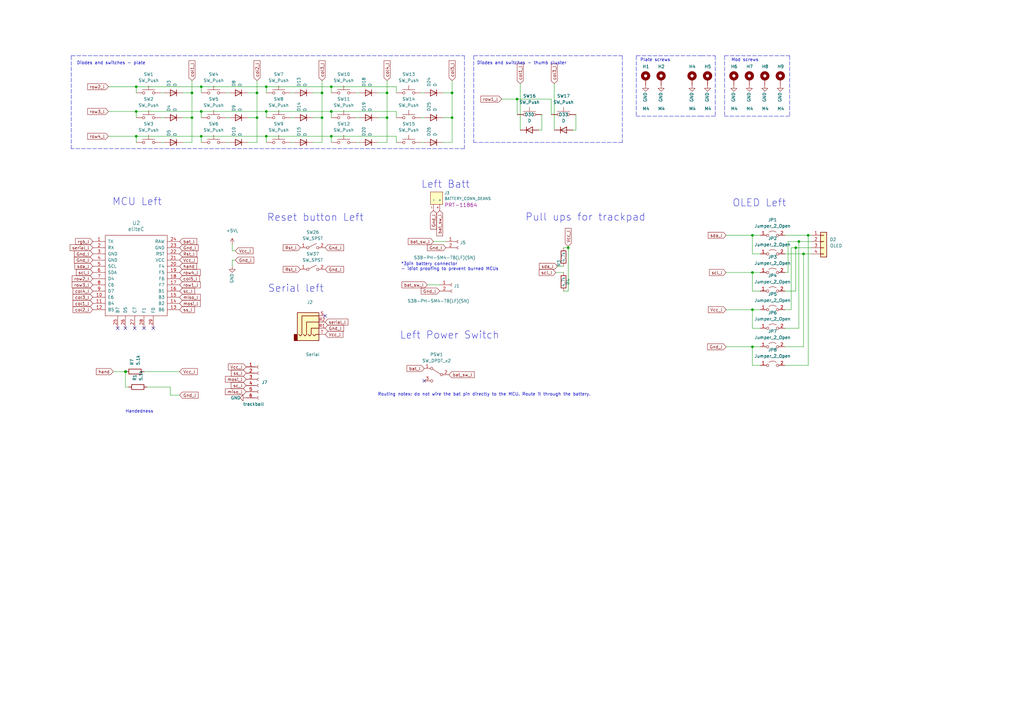
<source format=kicad_sch>
(kicad_sch (version 20211123) (generator eeschema)
  (paper "A3")
  (lib_symbols
    (symbol "Connector:AudioJack4"
      (property "Reference" "J" (at 0 8.89 0))
      (property "Value" "AudioJack4" (at 0 6.35 0))
      (symbol "AudioJack4_0_1"
        (rectangle (start -6.35 -5.08) (end -7.62 -7.62) (stroke (width 0.254)) (fill (type outline)))
        (polyline (pts (xy 0 -5.08) (xy 0.635 -5.715) (xy 1.27 -5.08) (xy 2.54 -5.08)) (stroke (width 0.254)))
        (polyline (pts (xy -5.715 -5.08) (xy -5.08 -5.715) (xy -4.445 -5.08) (xy -4.445 2.54) (xy 2.54 2.54)) (stroke (width 0.254)))
        (polyline (pts (xy -1.905 -5.08) (xy -1.27 -5.715) (xy -0.635 -5.08) (xy -0.635 -2.54) (xy 2.54 -2.54)) (stroke (width 0.254)))
        (polyline (pts (xy 2.54 0) (xy -2.54 0) (xy -2.54 -5.08) (xy -3.175 -5.715) (xy -3.81 -5.08)) (stroke (width 0.254)))
        (rectangle (start 2.54 3.81) (end -6.35 -7.62) (stroke (width 0.254)) (fill (type background)))
      )
      (symbol "AudioJack4_1_1"
        (pin passive line (at 5.08 -2.54 180) (length 2.54) (name "~") (number "R1"))
        (pin passive line (at 5.08 0 180) (length 2.54) (name "~") (number "R2"))
        (pin passive line (at 5.08 2.54 180) (length 2.54) (name "~") (number "S"))
        (pin passive line (at 5.08 -5.08 180) (length 2.54) (name "~") (number "T"))
      )
    )
    (symbol "Connector:Conn_01x02_Female" (pin_names (offset 1.016) hide)
      (property "Reference" "J" (at 0 2.54 0))
      (property "Value" "Conn_01x02_Female" (at 0 -5.08 0))
      (symbol "Conn_01x02_Female_1_1"
        (arc (start 0 -2.032) (mid -0.508 -2.54) (end 0 -3.048) (stroke (width 0.1524)))
        (polyline (pts (xy -1.27 -2.54) (xy -0.508 -2.54)) (stroke (width 0.1524)))
        (polyline (pts (xy -1.27 0) (xy -0.508 0)) (stroke (width 0.1524)))
        (arc (start 0 0.508) (mid -0.508 0) (end 0 -0.508) (stroke (width 0.1524)))
        (pin passive line (at -5.08 0 0) (length 3.81) (name "Pin_1") (number "1"))
        (pin passive line (at -5.08 -2.54 0) (length 3.81) (name "Pin_2") (number "2"))
      )
    )
    (symbol "Connector:Conn_01x06_Female" (pin_names (offset 1.016) hide)
      (property "Reference" "J" (at 0 7.62 0))
      (property "Value" "Conn_01x06_Female" (at 0 -10.16 0))
      (symbol "Conn_01x06_Female_1_1"
        (arc (start 0 -7.112) (mid -0.508 -7.62) (end 0 -8.128) (stroke (width 0.1524)))
        (arc (start 0 -4.572) (mid -0.508 -5.08) (end 0 -5.588) (stroke (width 0.1524)))
        (arc (start 0 -2.032) (mid -0.508 -2.54) (end 0 -3.048) (stroke (width 0.1524)))
        (polyline (pts (xy -1.27 -7.62) (xy -0.508 -7.62)) (stroke (width 0.1524)))
        (polyline (pts (xy -1.27 -5.08) (xy -0.508 -5.08)) (stroke (width 0.1524)))
        (polyline (pts (xy -1.27 -2.54) (xy -0.508 -2.54)) (stroke (width 0.1524)))
        (polyline (pts (xy -1.27 0) (xy -0.508 0)) (stroke (width 0.1524)))
        (polyline (pts (xy -1.27 2.54) (xy -0.508 2.54)) (stroke (width 0.1524)))
        (polyline (pts (xy -1.27 5.08) (xy -0.508 5.08)) (stroke (width 0.1524)))
        (arc (start 0 0.508) (mid -0.508 0) (end 0 -0.508) (stroke (width 0.1524)))
        (arc (start 0 3.048) (mid -0.508 2.54) (end 0 2.032) (stroke (width 0.1524)))
        (arc (start 0 5.588) (mid -0.508 5.08) (end 0 4.572) (stroke (width 0.1524)))
        (pin passive line (at -5.08 5.08 0) (length 3.81) (name "Pin_1") (number "1"))
        (pin passive line (at -5.08 2.54 0) (length 3.81) (name "Pin_2") (number "2"))
        (pin passive line (at -5.08 0 0) (length 3.81) (name "Pin_3") (number "3"))
        (pin passive line (at -5.08 -2.54 0) (length 3.81) (name "Pin_4") (number "4"))
        (pin passive line (at -5.08 -5.08 0) (length 3.81) (name "Pin_5") (number "5"))
        (pin passive line (at -5.08 -7.62 0) (length 3.81) (name "Pin_6") (number "6"))
      )
    )
    (symbol "Connector_Generic:Conn_01x04" (pin_names (offset 1.016) hide)
      (property "Reference" "J" (at 0 5.08 0))
      (property "Value" "Conn_01x04" (at 0 -7.62 0))
      (symbol "Conn_01x04_1_1"
        (rectangle (start -1.27 -4.953) (end 0 -5.207) (stroke (width 0.1524)))
        (rectangle (start -1.27 -2.413) (end 0 -2.667) (stroke (width 0.1524)))
        (rectangle (start -1.27 0.127) (end 0 -0.127) (stroke (width 0.1524)))
        (rectangle (start -1.27 2.667) (end 0 2.413) (stroke (width 0.1524)))
        (rectangle (start -1.27 3.81) (end 1.27 -6.35) (stroke (width 0.254)) (fill (type background)))
        (pin passive line (at -5.08 2.54 0) (length 3.81) (name "Pin_1") (number "1"))
        (pin passive line (at -5.08 0 0) (length 3.81) (name "Pin_2") (number "2"))
        (pin passive line (at -5.08 -2.54 0) (length 3.81) (name "Pin_3") (number "3"))
        (pin passive line (at -5.08 -5.08 0) (length 3.81) (name "Pin_4") (number "4"))
      )
    )
    (symbol "Device:D" (pin_numbers hide) (pin_names (offset 1.016) hide)
      (property "Reference" "D" (at 0 2.54 0))
      (property "Value" "D" (at 0 -2.54 0))
      (symbol "D_0_1"
        (polyline (pts (xy -1.27 1.27) (xy -1.27 -1.27)) (stroke (width 0.254)))
        (polyline (pts (xy 1.27 0) (xy -1.27 0)))
        (polyline (pts (xy 1.27 1.27) (xy 1.27 -1.27) (xy -1.27 0) (xy 1.27 1.27)) (stroke (width 0.254)))
      )
      (symbol "D_1_1"
        (pin passive line (at -3.81 0 0) (length 2.54) (name "K") (number "1"))
        (pin passive line (at 3.81 0 180) (length 2.54) (name "A") (number "2"))
      )
    )
    (symbol "Device:R" (pin_numbers hide) (pin_names (offset 0))
      (property "Reference" "R" (at 2.032 0 90))
      (property "Value" "R" (at 0 0 90))
      (symbol "R_0_1"
        (rectangle (start -1.016 -2.54) (end 1.016 2.54) (stroke (width 0.254)))
      )
      (symbol "R_1_1"
        (pin passive line (at 0 3.81 270) (length 1.27) (name "~") (number "1"))
        (pin passive line (at 0 -3.81 90) (length 1.27) (name "~") (number "2"))
      )
    )
    (symbol "Jumper:Jumper_2_Open" (pin_names (offset 0) hide)
      (property "Reference" "JP" (at 0 2.794 0))
      (property "Value" "Jumper_2_Open" (at 0 -2.286 0))
      (symbol "Jumper_2_Open_0_0"
        (circle (center -2.032 0) (radius 0.508))
        (circle (center 2.032 0) (radius 0.508))
      )
      (symbol "Jumper_2_Open_0_1"
        (arc (start 1.524 1.27) (mid 0 1.778) (end -1.524 1.27))
      )
      (symbol "Jumper_2_Open_1_1"
        (pin passive line (at -5.08 0 0) (length 2.54) (name "A") (number "1"))
        (pin passive line (at 5.08 0 180) (length 2.54) (name "B") (number "2"))
      )
    )
    (symbol "Mechanical:MountingHole_Pad" (pin_numbers hide) (pin_names (offset 1.016) hide)
      (property "Reference" "H" (at 0 6.35 0))
      (property "Value" "MountingHole_Pad" (at 0 4.445 0))
      (symbol "MountingHole_Pad_0_1"
        (circle (center 0 1.27) (radius 1.27) (stroke (width 1.27)))
      )
      (symbol "MountingHole_Pad_1_1"
        (pin input line (at 0 -2.54 90) (length 2.54) (name "1") (number "1"))
      )
    )
    (symbol "SparkFun-Connectors:BATTERY_CONN_DEANS" (pin_names (offset 1.016))
      (property "Reference" "J" (at -5.08 5.08 0))
      (property "Value" "BATTERY_CONN_DEANS" (at -5.08 -3.81 0))
      (property "Field4" "PRT-11864" (at 0 8.89 0))
      (symbol "BATTERY_CONN_DEANS_0_1"
        (rectangle (start 0 3.81) (end -5.08 -1.27) (fill (type background)))
      )
      (symbol "BATTERY_CONN_DEANS_1_1"
        (pin passive line (at 2.54 2.54 180) (length 2.54) (name "+") (number "+"))
        (pin passive line (at 2.54 0 180) (length 2.54) (name "-") (number "-"))
      )
    )
    (symbol "Switch:SW_Push" (pin_numbers hide) (pin_names hide)
      (property "Reference" "SW" (at 1.27 2.54 0))
      (property "Value" "SW_Push" (at 0 -1.524 0))
      (symbol "SW_Push_0_1"
        (circle (center -2.032 0) (radius 0.508))
        (polyline (pts (xy 0 1.27) (xy 0 3.048)))
        (polyline (pts (xy 2.54 1.27) (xy -2.54 1.27)))
        (circle (center 2.032 0) (radius 0.508))
        (pin passive line (at -5.08 0 0) (length 2.54) (name "1") (number "1"))
        (pin passive line (at 5.08 0 180) (length 2.54) (name "2") (number "2"))
      )
    )
    (symbol "Switch:SW_SPST" (pin_names (offset 0) hide)
      (property "Reference" "SW" (at 0 3.175 0))
      (property "Value" "SW_SPST" (at 0 -2.54 0))
      (symbol "SW_SPST_0_0"
        (circle (center -2.032 0) (radius 0.508))
        (polyline (pts (xy -1.524 0.254) (xy 1.524 1.778)))
        (circle (center 2.032 0) (radius 0.508))
      )
      (symbol "SW_SPST_1_1"
        (pin passive line (at -5.08 0 0) (length 2.54) (name "A") (number "1"))
        (pin passive line (at 5.08 0 180) (length 2.54) (name "B") (number "2"))
      )
    )
    (symbol "elite-C:eliteC" (pin_names (offset 1.016))
      (property "Reference" "U" (at 0 24.13 0))
      (property "Value" "eliteC" (at 0 -13.97 0))
      (symbol "eliteC_0_1"
        (rectangle (start -12.7 21.59) (end 12.7 -11.43))
      )
      (symbol "eliteC_1_1"
        (pin bidirectional line (at -17.78 19.05 0) (length 5.08) (name "TX") (number "1"))
        (pin bidirectional line (at -17.78 -3.81 0) (length 5.08) (name "E6") (number "10"))
        (pin bidirectional line (at -17.78 -6.35 0) (length 5.08) (name "B4") (number "11"))
        (pin bidirectional line (at -17.78 -8.89 0) (length 5.08) (name "B5") (number "12"))
        (pin bidirectional line (at 17.78 -8.89 180) (length 5.08) (name "B6") (number "13"))
        (pin bidirectional line (at 17.78 -6.35 180) (length 5.08) (name "B2") (number "14"))
        (pin bidirectional line (at 17.78 -3.81 180) (length 5.08) (name "B3") (number "15"))
        (pin bidirectional line (at 17.78 -1.27 180) (length 5.08) (name "B1") (number "16"))
        (pin bidirectional line (at 17.78 1.27 180) (length 5.08) (name "F7") (number "17"))
        (pin bidirectional line (at 17.78 3.81 180) (length 5.08) (name "F6") (number "18"))
        (pin bidirectional line (at 17.78 6.35 180) (length 5.08) (name "F5") (number "19"))
        (pin bidirectional line (at -17.78 16.51 0) (length 5.08) (name "RX") (number "2"))
        (pin bidirectional line (at 17.78 8.89 180) (length 5.08) (name "F4") (number "20"))
        (pin power_in line (at 17.78 11.43 180) (length 5.08) (name "VCC") (number "21"))
        (pin input line (at 17.78 13.97 180) (length 5.08) (name "RST") (number "22"))
        (pin power_in line (at 17.78 16.51 180) (length 5.08) (name "GND") (number "23"))
        (pin power_out line (at 17.78 19.05 180) (length 5.08) (name "RAW") (number "24"))
        (pin bidirectional line (at -7.62 -16.51 90) (length 5.08) (name "B7") (number "25"))
        (pin bidirectional line (at -4.445 -16.51 90) (length 5.08) (name "D5") (number "26"))
        (pin bidirectional line (at -0.635 -16.51 90) (length 5.08) (name "C7") (number "27"))
        (pin bidirectional line (at 3.175 -16.51 90) (length 5.08) (name "F1") (number "28"))
        (pin bidirectional line (at 6.985 -16.51 90) (length 5.08) (name "F0") (number "29"))
        (pin power_in line (at -17.78 13.97 0) (length 5.08) (name "GND") (number "3"))
        (pin power_in line (at -17.78 11.43 0) (length 5.08) (name "GND") (number "4"))
        (pin bidirectional line (at -17.78 8.89 0) (length 5.08) (name "SCL") (number "5"))
        (pin bidirectional line (at -17.78 6.35 0) (length 5.08) (name "SDA") (number "6"))
        (pin bidirectional line (at -17.78 3.81 0) (length 5.08) (name "D4") (number "7"))
        (pin bidirectional line (at -17.78 1.27 0) (length 5.08) (name "C6") (number "8"))
        (pin bidirectional line (at -17.78 -1.27 0) (length 5.08) (name "D7") (number "9"))
      )
    )
    (symbol "jiran-ble:SW_DPDT" (pin_names hide)
      (property "Reference" "SW" (at 0 7.62 0))
      (property "Value" "SW_DPDT" (at 0 5.715 0))
      (symbol "SW_DPDT_0_0"
        (circle (center -3.302 0) (radius 0.508))
        (circle (center 0.762 -2.54) (radius 0.508))
      )
      (symbol "SW_DPDT_0_1"
        (polyline (pts (xy -2.794 0.254) (xy 0.381 2.286)))
        (circle (center 0.762 2.54) (radius 0.508))
      )
      (symbol "SW_DPDT_1_1"
        (pin passive line (at 3.81 2.54 180) (length 2.54) (name "A") (number "1"))
        (pin passive line (at -6.35 0 0) (length 2.54) (name "B") (number "2"))
        (pin passive line (at 3.81 -2.54 180) (length 2.54) (name "C") (number "3"))
      )
    )
    (symbol "power:+5VL" (power) (pin_names (offset 0))
      (property "Value" "+5VL" (at 0 3.556 0))
      (symbol "+5VL_0_1"
        (polyline (pts (xy -0.762 1.27) (xy 0 2.54)))
        (polyline (pts (xy 0 0) (xy 0 2.54)))
        (polyline (pts (xy 0 2.54) (xy 0.762 1.27)))
      )
      (symbol "+5VL_1_1"
        (pin power_in line (at 0 0 90) (length 0) hide (name "+5VL") (number "1"))
      )
    )
    (symbol "power:GND" (power) (pin_names (offset 0))
      (property "Value" "GND" (at 0 -3.81 0))
      (symbol "GND_0_1"
        (polyline (pts (xy 0 0) (xy 0 -1.27) (xy 1.27 -1.27) (xy 0 -2.54) (xy -1.27 -1.27) (xy 0 -1.27)))
      )
      (symbol "GND_1_1"
        (pin power_in line (at 0 0 270) (length 0) hide (name "GND") (number "1"))
      )
    )
  )
  (junction (at 308.61 127))
  (junction (at 109.22 45.72))
  (junction (at 212.09 40.64))
  (junction (at 82.55 55.88))
  (junction (at 308.61 111.76))
  (junction (at 55.88 55.88))
  (junction (at 327.66 99.06))
  (junction (at 105.41 38.1))
  (junction (at 109.22 35.56))
  (junction (at 233.045 101.6))
  (junction (at 185.42 38.1))
  (junction (at 135.89 55.88))
  (junction (at 331.47 96.52))
  (junction (at 82.55 35.56))
  (junction (at 329.565 104.14))
  (junction (at 132.08 38.1))
  (junction (at 158.75 38.1))
  (junction (at 132.08 48.26))
  (junction (at 135.89 45.72))
  (junction (at 185.42 48.26))
  (junction (at 82.55 45.72))
  (junction (at 51.562 152.4))
  (junction (at 109.22 55.88))
  (junction (at 308.61 142.24))
  (junction (at 135.89 35.56))
  (junction (at 78.74 38.1))
  (junction (at 105.41 48.26))
  (junction (at 326.39 101.6))
  (junction (at 55.88 35.56))
  (junction (at 158.75 48.26))
  (junction (at 308.61 96.52))
  (junction (at 55.88 45.72))
  (junction (at 78.74 48.26))
  (junction (at 51.435 152.4))
  (no_connect (at 173.99 156.21))
  (no_connect (at 133.35 129.54))
  (no_connect (at 48.26 134.62))
  (no_connect (at 55.245 134.62))
  (no_connect (at 59.055 134.62))
  (no_connect (at 51.435 134.62))
  (no_connect (at 62.865 134.62))
  (wire (pts (xy 146.05 38.1) (xy 147.32 38.1)))
  (wire (pts (xy 185.42 48.26) (xy 185.42 58.42)))
  (wire (pts (xy 327.66 99.06) (xy 332.74 99.06)))
  (wire (pts (xy 181.61 48.26) (xy 185.42 48.26)))
  (wire (pts (xy 109.22 58.42) (xy 109.22 55.88)))
  (wire (pts (xy 135.89 45.72) (xy 162.56 45.72)))
  (wire (pts (xy 55.88 35.56) (xy 82.55 35.56)))
  (wire (pts (xy 227.33 34.29) (xy 227.33 53.34)))
  (wire (pts (xy 308.61 142.24) (xy 308.61 149.86)))
  (wire (pts (xy 55.88 58.42) (xy 55.88 55.88)))
  (wire (pts (xy 82.55 45.72) (xy 109.22 45.72)))
  (wire (pts (xy 213.36 34.29) (xy 213.36 53.34)))
  (polyline (pts (xy 323.85 22.86) (xy 323.85 47.625)))
  (wire (pts (xy 109.22 55.88) (xy 135.89 55.88)))
  (wire (pts (xy 158.75 38.1) (xy 158.75 48.26)))
  (wire (pts (xy 308.61 134.62) (xy 308.61 127)))
  (wire (pts (xy 297.815 142.24) (xy 308.61 142.24)))
  (wire (pts (xy 92.71 58.42) (xy 93.98 58.42)))
  (wire (pts (xy 82.55 38.1) (xy 82.55 35.56)))
  (wire (pts (xy 226.06 40.64) (xy 226.06 46.99)))
  (polyline (pts (xy 260.985 22.86) (xy 287.655 22.86)))
  (wire (pts (xy 324.485 101.6) (xy 326.39 101.6)))
  (wire (pts (xy 109.22 38.1) (xy 109.22 35.56)))
  (wire (pts (xy 323.215 99.06) (xy 327.66 99.06)))
  (wire (pts (xy 308.61 111.76) (xy 311.785 111.76)))
  (polyline (pts (xy 297.18 22.86) (xy 323.85 22.86)))
  (wire (pts (xy 128.27 48.26) (xy 132.08 48.26)))
  (wire (pts (xy 135.89 58.42) (xy 135.89 55.88)))
  (polyline (pts (xy 287.655 47.625) (xy 260.985 47.625)))
  (wire (pts (xy 66.04 38.1) (xy 67.31 38.1)))
  (wire (pts (xy 311.785 134.62) (xy 308.61 134.62)))
  (polyline (pts (xy 260.985 22.86) (xy 260.985 47.625)))
  (wire (pts (xy 55.88 38.1) (xy 55.88 35.56)))
  (wire (pts (xy 105.41 38.1) (xy 105.41 48.26)))
  (wire (pts (xy 59.182 152.4) (xy 73.66 152.4)))
  (wire (pts (xy 105.41 33.02) (xy 105.41 38.1)))
  (wire (pts (xy 181.61 58.42) (xy 185.42 58.42)))
  (wire (pts (xy 46.482 152.4) (xy 51.435 152.4)))
  (wire (pts (xy 321.945 96.52) (xy 331.47 96.52)))
  (wire (pts (xy 162.56 48.26) (xy 162.56 45.72)))
  (wire (pts (xy 154.94 48.26) (xy 158.75 48.26)))
  (wire (pts (xy 78.74 48.26) (xy 78.74 58.42)))
  (wire (pts (xy 326.39 119.38) (xy 326.39 101.6)))
  (wire (pts (xy 105.41 48.26) (xy 105.41 58.42)))
  (wire (pts (xy 82.55 58.42) (xy 82.55 55.88)))
  (wire (pts (xy 82.55 35.56) (xy 109.22 35.56)))
  (wire (pts (xy 297.815 111.76) (xy 308.61 111.76)))
  (wire (pts (xy 228.6 109.22) (xy 231.14 109.22)))
  (wire (pts (xy 51.435 152.4) (xy 51.435 158.75)))
  (wire (pts (xy 321.945 134.62) (xy 327.66 134.62)))
  (wire (pts (xy 326.39 101.6) (xy 332.74 101.6)))
  (wire (pts (xy 185.42 38.1) (xy 185.42 48.26)))
  (wire (pts (xy 162.56 58.42) (xy 162.56 55.88)))
  (wire (pts (xy 60.325 158.75) (xy 69.85 158.75)))
  (wire (pts (xy 321.945 119.38) (xy 326.39 119.38)))
  (wire (pts (xy 51.435 152.4) (xy 51.562 152.4)))
  (wire (pts (xy 128.27 58.42) (xy 132.08 58.42)))
  (wire (pts (xy 128.27 38.1) (xy 132.08 38.1)))
  (wire (pts (xy 66.04 58.42) (xy 67.31 58.42)))
  (wire (pts (xy 132.08 38.1) (xy 132.08 48.26)))
  (wire (pts (xy 95.25 106.68) (xy 96.52 106.68)))
  (wire (pts (xy 82.55 55.88) (xy 109.22 55.88)))
  (wire (pts (xy 308.61 96.52) (xy 311.785 96.52)))
  (wire (pts (xy 231.14 101.6) (xy 233.045 101.6)))
  (polyline (pts (xy 297.18 22.86) (xy 297.18 47.625)))
  (wire (pts (xy 78.74 33.02) (xy 78.74 38.1)))
  (wire (pts (xy 95.25 102.87) (xy 96.52 102.87)))
  (polyline (pts (xy 190.5 22.86) (xy 190.5 60.96)))
  (wire (pts (xy 321.945 104.14) (xy 329.565 104.14)))
  (wire (pts (xy 172.72 48.26) (xy 173.99 48.26)))
  (wire (pts (xy 212.09 40.64) (xy 226.06 40.64)))
  (wire (pts (xy 162.56 38.1) (xy 162.56 35.56)))
  (polyline (pts (xy 255.27 22.86) (xy 255.27 58.42)))
  (wire (pts (xy 74.93 58.42) (xy 78.74 58.42)))
  (wire (pts (xy 331.47 149.86) (xy 331.47 96.52)))
  (wire (pts (xy 323.215 111.76) (xy 323.215 99.06)))
  (wire (pts (xy 308.61 142.24) (xy 311.785 142.24)))
  (wire (pts (xy 327.66 134.62) (xy 327.66 99.06)))
  (wire (pts (xy 55.88 48.26) (xy 55.88 45.72)))
  (wire (pts (xy 69.85 158.75) (xy 69.85 162.052)))
  (wire (pts (xy 135.89 38.1) (xy 135.89 35.56)))
  (wire (pts (xy 311.785 104.14) (xy 308.61 104.14)))
  (wire (pts (xy 78.74 38.1) (xy 78.74 48.26)))
  (wire (pts (xy 321.945 111.76) (xy 323.215 111.76)))
  (wire (pts (xy 92.71 48.26) (xy 93.98 48.26)))
  (wire (pts (xy 66.04 48.26) (xy 67.31 48.26)))
  (wire (pts (xy 55.88 55.88) (xy 82.55 55.88)))
  (wire (pts (xy 109.22 35.56) (xy 135.89 35.56)))
  (wire (pts (xy 181.61 38.1) (xy 185.42 38.1)))
  (polyline (pts (xy 190.5 60.96) (xy 29.21 60.96)))
  (wire (pts (xy 109.22 48.26) (xy 109.22 45.72)))
  (wire (pts (xy 205.74 40.64) (xy 212.09 40.64)))
  (wire (pts (xy 119.38 58.42) (xy 120.65 58.42)))
  (wire (pts (xy 324.485 127) (xy 324.485 101.6)))
  (polyline (pts (xy 29.21 22.86) (xy 190.5 22.86)))
  (wire (pts (xy 236.22 53.34) (xy 234.95 53.34)))
  (polyline (pts (xy 255.27 58.42) (xy 194.31 58.42)))
  (wire (pts (xy 321.945 127) (xy 324.485 127)))
  (wire (pts (xy 297.815 96.52) (xy 308.61 96.52)))
  (wire (pts (xy 101.6 58.42) (xy 105.41 58.42)))
  (wire (pts (xy 146.05 58.42) (xy 147.32 58.42)))
  (wire (pts (xy 95.25 100.33) (xy 95.25 102.87)))
  (wire (pts (xy 119.38 38.1) (xy 120.65 38.1)))
  (wire (pts (xy 172.72 58.42) (xy 173.99 58.42)))
  (polyline (pts (xy 29.21 22.86) (xy 29.21 60.96)))
  (wire (pts (xy 109.22 45.72) (xy 135.89 45.72)))
  (wire (pts (xy 297.815 127) (xy 308.61 127)))
  (wire (pts (xy 119.38 48.26) (xy 120.65 48.26)))
  (wire (pts (xy 231.14 119.38) (xy 233.045 119.38)))
  (wire (pts (xy 135.89 48.26) (xy 135.89 45.72)))
  (wire (pts (xy 212.09 40.64) (xy 212.09 46.99)))
  (wire (pts (xy 227.965 111.76) (xy 231.14 111.76)))
  (wire (pts (xy 329.565 142.24) (xy 329.565 104.14)))
  (wire (pts (xy 44.45 45.72) (xy 55.88 45.72)))
  (wire (pts (xy 132.08 48.26) (xy 132.08 58.42)))
  (wire (pts (xy 308.61 149.86) (xy 311.785 149.86)))
  (wire (pts (xy 175.26 116.84) (xy 180.34 116.84)))
  (wire (pts (xy 74.93 48.26) (xy 78.74 48.26)))
  (wire (pts (xy 222.25 53.34) (xy 220.98 53.34)))
  (wire (pts (xy 135.89 55.88) (xy 162.56 55.88)))
  (polyline (pts (xy 194.31 22.86) (xy 255.27 22.86)))
  (wire (pts (xy 185.42 33.02) (xy 185.42 38.1)))
  (wire (pts (xy 146.05 48.26) (xy 147.32 48.26)))
  (wire (pts (xy 82.55 48.26) (xy 82.55 45.72)))
  (wire (pts (xy 233.045 101.6) (xy 233.045 119.38)))
  (wire (pts (xy 329.565 104.14) (xy 332.74 104.14)))
  (wire (pts (xy 69.85 162.052) (xy 73.66 162.052)))
  (wire (pts (xy 55.88 45.72) (xy 82.55 45.72)))
  (wire (pts (xy 331.47 96.52) (xy 332.74 96.52)))
  (polyline (pts (xy 293.37 47.625) (xy 287.655 47.625)))
  (polyline (pts (xy 323.85 47.625) (xy 297.18 47.625)))
  (wire (pts (xy 135.89 35.56) (xy 162.56 35.56)))
  (wire (pts (xy 154.94 38.1) (xy 158.75 38.1)))
  (wire (pts (xy 308.61 104.14) (xy 308.61 96.52)))
  (wire (pts (xy 233.045 100.965) (xy 233.045 101.6)))
  (wire (pts (xy 101.6 48.26) (xy 105.41 48.26)))
  (wire (pts (xy 236.22 46.99) (xy 236.22 53.34)))
  (wire (pts (xy 74.93 38.1) (xy 78.74 38.1)))
  (wire (pts (xy 222.25 46.99) (xy 222.25 53.34)))
  (wire (pts (xy 132.08 33.02) (xy 132.08 38.1)))
  (wire (pts (xy 158.75 33.02) (xy 158.75 38.1)))
  (wire (pts (xy 101.6 38.1) (xy 105.41 38.1)))
  (wire (pts (xy 44.45 35.56) (xy 55.88 35.56)))
  (wire (pts (xy 321.945 149.86) (xy 331.47 149.86)))
  (wire (pts (xy 92.71 38.1) (xy 93.98 38.1)))
  (wire (pts (xy 154.94 58.42) (xy 158.75 58.42)))
  (wire (pts (xy 308.61 127) (xy 311.785 127)))
  (polyline (pts (xy 287.655 22.86) (xy 293.37 22.86)))
  (wire (pts (xy 52.705 158.75) (xy 51.435 158.75)))
  (wire (pts (xy 44.45 55.88) (xy 55.88 55.88)))
  (wire (pts (xy 172.72 38.1) (xy 173.99 38.1)))
  (polyline (pts (xy 293.37 22.86) (xy 293.37 47.625)))
  (wire (pts (xy 95.25 109.22) (xy 95.25 106.68)))
  (polyline (pts (xy 194.31 22.86) (xy 194.31 58.42)))
  (wire (pts (xy 321.945 142.24) (xy 329.565 142.24)))
  (wire (pts (xy 177.8 99.06) (xy 182.88 99.06)))
  (wire (pts (xy 311.785 119.38) (xy 308.61 119.38)))
  (wire (pts (xy 158.75 48.26) (xy 158.75 58.42)))
  (wire (pts (xy 308.61 119.38) (xy 308.61 111.76)))
  (text "MCU Left" (at 45.974 84.582 0) (effects (font (size 3 3)) (justify left bottom)))
  (text "Left Batt" (at 172.72 77.47 0) (effects (font (size 3 3)) (justify left bottom)))
  (text "Handedness" (at 51.435 169.545 0) (effects (font (size 1.27 1.27)) (justify left bottom)))
  (text "Plate screws" (at 274.955 25.4 180) (effects (font (size 1.27 1.27)) (justify right bottom)))
  (text "Routing notes: do not wire the bat pin directly to the MCU. Route it through the battery." (at 154.94 162.56 0) (effects (font (size 1.27 1.27)) (justify left bottom)))
  (text "Serial left" (at 109.855 120.142 0) (effects (font (size 3 3)) (justify left bottom)))
  (text "Diodes and switches - plate" (at 59.69 26.67 180) (effects (font (size 1.27 1.27)) (justify right bottom)))
  (text "Reset button Left" (at 109.474 91.059 0) (effects (font (size 3 3)) (justify left bottom)))
  (text "Pull ups for trackpad" (at 215.392 90.932 0) (effects (font (size 3 3)) (justify left bottom)))
  (text "Mod screws" (at 311.15 25.4 180) (effects (font (size 1.27 1.27)) (justify right bottom)))
  (text "Left Power Switch" (at 163.957 139.319 0) (effects (font (size 3 3)) (justify left bottom)))
  (text "OLED Left" (at 300.355 85.09 0) (effects (font (size 3 3)) (justify left bottom)))
  (text "Diodes and switches - thumb cluster" (at 232.41 26.67 180) (effects (font (size 1.27 1.27)) (justify right bottom)))
  (text "*3pin battery connector\n- idiot proofing to prevent burned MCUs" (at 164.465 111.125 0) (effects (font (size 1.27 1.27)) (justify left bottom)))
  (global_label "serial_l" (shape input) (at 38.1 101.6 180) (property "Intersheet References" "${INTERSHEET_REFS}" (effects hide)))
  (global_label "Gnd_l" (shape input) (at 182.88 101.6 180) (property "Intersheet References" "${INTERSHEET_REFS}" (effects hide)))
  (global_label "row1_l" (shape input) (at 73.66 116.84 0) (property "Intersheet References" "${INTERSHEET_REFS}" (effects hide)))
  (global_label "rgb_l" (shape input) (at 38.1 99.06 180) (property "Intersheet References" "${INTERSHEET_REFS}" (effects hide)))
  (global_label "Gnd_l" (shape input) (at 133.35 101.6 0) (property "Intersheet References" "${INTERSHEET_REFS}" (effects hide)))
  (global_label "col1_l" (shape input) (at 213.36 34.29 90) (property "Intersheet References" "${INTERSHEET_REFS}" (effects hide)))
  (global_label "Vcc_l" (shape input) (at 96.52 102.87 0) (property "Intersheet References" "${INTERSHEET_REFS}" (effects hide)))
  (global_label "col4_l" (shape input) (at 38.1 119.38 180) (property "Intersheet References" "${INTERSHEET_REFS}" (effects hide)))
  (global_label "miso_l" (shape input) (at 100.965 160.655 180) (property "Intersheet References" "${INTERSHEET_REFS}" (effects hide)))
  (global_label "col3_l" (shape input) (at 227.33 34.29 90) (property "Intersheet References" "${INTERSHEET_REFS}" (effects hide)))
  (global_label "Rst_l" (shape input) (at 73.66 104.14 0) (property "Intersheet References" "${INTERSHEET_REFS}" (effects hide)))
  (global_label "Gnd_l" (shape input) (at 133.35 110.49 0) (property "Intersheet References" "${INTERSHEET_REFS}" (effects hide)))
  (global_label "mosi_l" (shape input) (at 100.965 155.575 180) (property "Intersheet References" "${INTERSHEET_REFS}" (effects hide)))
  (global_label "bat_l" (shape input) (at 73.66 99.06 0) (property "Intersheet References" "${INTERSHEET_REFS}" (effects hide)))
  (global_label "Gnd_l" (shape input) (at 73.66 101.6 0) (property "Intersheet References" "${INTERSHEET_REFS}" (effects hide)))
  (global_label "bat_l" (shape input) (at 173.99 151.13 180) (property "Intersheet References" "${INTERSHEET_REFS}" (effects hide)))
  (global_label "hand" (shape input) (at 73.66 109.22 0) (property "Intersheet References" "${INTERSHEET_REFS}" (effects hide)))
  (global_label "sc_l" (shape input) (at 100.965 158.115 180) (property "Intersheet References" "${INTERSHEET_REFS}" (effects hide)))
  (global_label "sda_l" (shape input) (at 228.6 109.22 180) (property "Intersheet References" "${INTERSHEET_REFS}" (effects hide)))
  (global_label "Gnd_l" (shape input) (at 180.34 119.38 180) (property "Intersheet References" "${INTERSHEET_REFS}" (effects hide)))
  (global_label "mosi_l" (shape input) (at 73.66 124.46 0) (property "Intersheet References" "${INTERSHEET_REFS}" (effects hide)))
  (global_label "ss_l" (shape input) (at 100.965 153.035 180) (property "Intersheet References" "${INTERSHEET_REFS}" (effects hide)))
  (global_label "row4_l" (shape input) (at 73.66 111.76 0) (property "Intersheet References" "${INTERSHEET_REFS}" (effects hide)))
  (global_label "row2_l" (shape input) (at 44.45 35.56 180) (property "Intersheet References" "${INTERSHEET_REFS}" (effects hide)))
  (global_label "col2_l" (shape input) (at 105.41 33.02 90) (property "Intersheet References" "${INTERSHEET_REFS}" (effects hide)))
  (global_label "Vcc_l" (shape input) (at 73.66 152.4 0) (property "Intersheet References" "${INTERSHEET_REFS}" (effects hide)))
  (global_label "col5_l" (shape input) (at 73.66 114.3 0) (property "Intersheet References" "${INTERSHEET_REFS}" (effects hide)))
  (global_label "Vcc_l" (shape input) (at 297.815 127 180) (property "Intersheet References" "${INTERSHEET_REFS}" (effects hide)))
  (global_label "row1_l" (shape input) (at 205.74 40.64 180) (property "Intersheet References" "${INTERSHEET_REFS}" (effects hide)))
  (global_label "col3_l" (shape input) (at 132.08 33.02 90) (property "Intersheet References" "${INTERSHEET_REFS}" (effects hide)))
  (global_label "Vcc_l" (shape input) (at 73.66 106.68 0) (property "Intersheet References" "${INTERSHEET_REFS}" (effects hide)))
  (global_label "col2_l" (shape input) (at 38.1 127 180) (property "Intersheet References" "${INTERSHEET_REFS}" (effects hide)))
  (global_label "col1_l" (shape input) (at 38.1 124.46 180) (property "Intersheet References" "${INTERSHEET_REFS}" (effects hide)))
  (global_label "Gnd_l" (shape input) (at 96.52 106.68 0) (property "Intersheet References" "${INTERSHEET_REFS}" (effects hide)))
  (global_label "hand" (shape input) (at 46.482 152.4 180) (property "Intersheet References" "${INTERSHEET_REFS}" (effects hide)))
  (global_label "bat_sw_l" (shape input) (at 184.15 153.67 0) (property "Intersheet References" "${INTERSHEET_REFS}" (effects hide)))
  (global_label "ss_l" (shape input) (at 73.66 127 0) (property "Intersheet References" "${INTERSHEET_REFS}" (effects hide)))
  (global_label "bat_sw_l" (shape input) (at 180.34 86.36 270) (property "Intersheet References" "${INTERSHEET_REFS}" (effects hide)))
  (global_label "row3_l" (shape input) (at 44.45 45.72 180) (property "Intersheet References" "${INTERSHEET_REFS}" (effects hide)))
  (global_label "Vcc_l" (shape input) (at 233.045 100.965 90) (property "Intersheet References" "${INTERSHEET_REFS}" (effects hide)))
  (global_label "scl_l" (shape input) (at 38.1 111.76 180) (property "Intersheet References" "${INTERSHEET_REFS}" (effects hide)))
  (global_label "col3_l" (shape input) (at 38.1 121.92 180) (property "Intersheet References" "${INTERSHEET_REFS}" (effects hide)))
  (global_label "col5_l" (shape input) (at 185.42 33.02 90) (property "Intersheet References" "${INTERSHEET_REFS}" (effects hide)))
  (global_label "sda_l" (shape input) (at 297.815 96.52 180) (property "Intersheet References" "${INTERSHEET_REFS}" (effects hide)))
  (global_label "row4_l" (shape input) (at 44.45 55.88 180) (property "Intersheet References" "${INTERSHEET_REFS}" (effects hide)))
  (global_label "scl_l" (shape input) (at 227.965 111.76 180) (property "Intersheet References" "${INTERSHEET_REFS}" (effects hide)))
  (global_label "serial_l" (shape input) (at 133.35 132.08 0) (property "Intersheet References" "${INTERSHEET_REFS}" (effects hide)))
  (global_label "Gnd_l" (shape input) (at 73.66 162.052 0) (property "Intersheet References" "${INTERSHEET_REFS}" (effects hide)))
  (global_label "Gnd_l" (shape input) (at 133.35 134.62 0) (property "Intersheet References" "${INTERSHEET_REFS}" (effects hide)))
  (global_label "Gnd_l" (shape input) (at 177.8 86.36 270) (property "Intersheet References" "${INTERSHEET_REFS}" (effects hide)))
  (global_label "miso_l" (shape input) (at 73.66 121.92 0) (property "Intersheet References" "${INTERSHEET_REFS}" (effects hide)))
  (global_label "Vcc_l" (shape input) (at 100.965 150.495 180) (property "Intersheet References" "${INTERSHEET_REFS}" (effects hide)))
  (global_label "Gnd_l" (shape input) (at 38.1 104.14 180) (property "Intersheet References" "${INTERSHEET_REFS}" (effects hide)))
  (global_label "Gnd_l" (shape input) (at 38.1 106.68 180) (property "Intersheet References" "${INTERSHEET_REFS}" (effects hide)))
  (global_label "sda_l" (shape input) (at 38.1 109.22 180) (property "Intersheet References" "${INTERSHEET_REFS}" (effects hide)))
  (global_label "row3_l" (shape input) (at 38.1 116.84 180) (property "Intersheet References" "${INTERSHEET_REFS}" (effects hide)))
  (global_label "bat_sw_l" (shape input) (at 175.26 116.84 180) (property "Intersheet References" "${INTERSHEET_REFS}" (effects hide)))
  (global_label "bat_sw_l" (shape input) (at 177.8 99.06 180) (property "Intersheet References" "${INTERSHEET_REFS}" (effects hide)))
  (global_label "Vcc_l" (shape input) (at 133.35 137.16 0) (property "Intersheet References" "${INTERSHEET_REFS}" (effects hide)))
  (global_label "scl_l" (shape input) (at 297.815 111.76 180) (property "Intersheet References" "${INTERSHEET_REFS}" (effects hide)))
  (global_label "Rst_l" (shape input) (at 123.19 110.49 180) (property "Intersheet References" "${INTERSHEET_REFS}" (effects hide)))
  (global_label "col1_l" (shape input) (at 78.74 33.02 90) (property "Intersheet References" "${INTERSHEET_REFS}" (effects hide)))
  (global_label "Rst_l" (shape input) (at 123.19 101.6 180) (property "Intersheet References" "${INTERSHEET_REFS}" (effects hide)))
  (global_label "col4_l" (shape input) (at 158.75 33.02 90) (property "Intersheet References" "${INTERSHEET_REFS}" (effects hide)))
  (global_label "Gnd_l" (shape input) (at 297.815 142.24 180) (property "Intersheet References" "${INTERSHEET_REFS}" (effects hide)))
  (global_label "sc_l" (shape input) (at 73.66 119.38 0) (property "Intersheet References" "${INTERSHEET_REFS}" (effects hide)))
  (global_label "row2_l" (shape input) (at 38.1 114.3 180) (property "Intersheet References" "${INTERSHEET_REFS}" (effects hide)))
  (symbol (lib_id "Connector:Conn_01x02_Female") (at 187.96 99.06 0) (unit 1)
    (property "Reference" "J5" (at 188.6712 99.4953 0) (effects (justify left)))
    (property "Value" "S3B-PH-SM4-TB(LF)(SN)" (at 169.672 105.664 0) (effects (justify left)))
    (property "Footprint" "local-libraries:JST_SH_BM02B-SRSS-TB_1x02-1MP_P1.00mm_Vertical" (effects hide))
    (property "LCSC" "C265101" (effects hide))
  )
  (symbol (lib_id "Device:D") (at 177.8 48.26 180) (unit 1)
    (property "Reference" "D25" (at 175.895 45.72 90) (effects (justify right)))
    (property "Value" "D" (at 178.435 45.72 90) (effects (justify right)))
    (property "Footprint" "local-libraries:D_1206_handsolder_reversible" (effects hide))
  )
  (symbol (lib_id "Device:D") (at 151.13 58.42 180) (unit 1)
    (property "Reference" "D20" (at 149.225 55.88 90) (effects (justify right)))
    (property "Value" "D" (at 151.765 55.88 90) (effects (justify right)))
    (property "Footprint" "local-libraries:D_1206_handsolder_reversible" (effects hide))
  )
  (symbol (lib_id "power:GND") (at 320.04 34.925 0) (unit 1)
    (property "Reference" "#PWR05" (effects hide))
    (property "Value" "GND" (at 319.884 41.9099 90) (effects (justify left)))
  )
  (symbol (lib_id "Switch:SW_Push") (at 87.63 58.42 0) (unit 1)
    (property "Reference" "SW6" (at 87.63 50.8 0))
    (property "Value" "SW_Push" (at 87.63 53.34 0))
    (property "Footprint" "local-libraries:SW_MX_choc" (effects hide))
  )
  (symbol (lib_id "Switch:SW_Push") (at 60.96 38.1 0) (unit 1)
    (property "Reference" "SW1" (at 60.96 30.48 0))
    (property "Value" "SW_Push" (at 60.96 33.02 0))
    (property "Footprint" "local-libraries:SW_MX_choc" (effects hide))
  )
  (symbol (lib_id "Switch:SW_Push") (at 140.97 38.1 0) (unit 1)
    (property "Reference" "SW10" (at 140.97 30.48 0))
    (property "Value" "SW_Push" (at 140.97 33.02 0))
    (property "Footprint" "local-libraries:SW_MX_choc" (effects hide))
  )
  (symbol (lib_id "Mechanical:MountingHole_Pad") (at 320.04 32.385 0) (unit 1)
    (property "Reference" "H9" (at 318.77 27.305 0) (effects (justify left)))
    (property "Value" "M4" (at 318.77 44.577 0) (effects (justify left)))
    (property "Footprint" "local-libraries:MountingHole_3mm_Pad_thin" (effects hide))
  )
  (symbol (lib_id "power:GND") (at 100.965 163.195 270) (unit 1)
    (property "Reference" "#PWR0105" (effects hide))
    (property "Value" "GND" (at 94.615 163.195 90) (effects (justify left)))
  )
  (symbol (lib_id "Mechanical:MountingHole_Pad") (at 307.34 32.385 0) (unit 1)
    (property "Reference" "H7" (at 306.07 27.305 0) (effects (justify left)))
    (property "Value" "M4" (at 306.07 44.577 0) (effects (justify left)))
    (property "Footprint" "local-libraries:MountingHole_3mm_Pad_thin" (effects hide))
  )
  (symbol (lib_id "Switch:SW_Push") (at 167.64 58.42 0) (unit 1)
    (property "Reference" "SW15" (at 167.64 50.8 0))
    (property "Value" "SW_Push" (at 167.64 53.34 0))
    (property "Footprint" "local-libraries:SW_MX_choc" (effects hide))
  )
  (symbol (lib_id "Device:R") (at 55.372 152.4 90) (unit 1)
    (property "Reference" "R7" (at 54.102 149.86 0) (effects (justify left)))
    (property "Value" "5.1k" (at 56.642 149.86 0) (effects (justify left)))
    (property "Footprint" "footprints:R_1206_handsolder" (effects hide))
    (property "JLCPCB BOM" "1" (effects hide))
    (property "JLCPCB Part" "C26033" (effects hide))
  )
  (symbol (lib_id "Jumper:Jumper_2_Open") (at 316.865 111.76 0) (unit 1)
    (property "Reference" "JP3" (at 316.865 105.41 0))
    (property "Value" "Jumper_2_Open" (at 316.865 107.95 0))
    (property "Footprint" "local-libraries:SolderJumper-2_P1.3mm_Open_RoundedPad1.0x1.5mm" (effects hide))
  )
  (symbol (lib_id "Mechanical:MountingHole_Pad") (at 290.195 32.385 0) (unit 1)
    (property "Reference" "H5" (at 288.925 27.305 0) (effects (justify left)))
    (property "Value" "M4" (at 288.925 44.577 0) (effects (justify left)))
    (property "Footprint" "local-libraries:MountingHole_3mm_Pad_thin" (effects hide))
  )
  (symbol (lib_id "Switch:SW_Push") (at 114.3 38.1 0) (unit 1)
    (property "Reference" "SW7" (at 114.3 30.48 0))
    (property "Value" "SW_Push" (at 114.3 33.02 0))
    (property "Footprint" "local-libraries:SW_MX_choc" (effects hide))
  )
  (symbol (lib_id "SparkFun-Connectors:BATTERY_CONN_DEANS") (at 177.8 83.82 270) (unit 1)
    (property "Reference" "J3" (at 182.245 79.1495 90) (effects (font (size 1.143 1.143)) (justify left)))
    (property "Value" "BATTERY_CONN_DEANS" (at 182.245 81.4581 90) (effects (font (size 1.143 1.143)) (justify left)))
    (property "Footprint" "local-libraries:battery_connector_THT" (effects hide))
    (property "Field4" "PRT-11864" (at 182.245 84.1091 90) (effects (font (size 1.524 1.524)) (justify left)))
  )
  (symbol (lib_id "Device:D") (at 217.17 53.34 0) (unit 1)
    (property "Reference" "D30" (at 217.17 46.99 0))
    (property "Value" "D" (at 217.17 49.53 0))
    (property "Footprint" "local-libraries:D_1206_handsolder_reversible" (effects hide))
  )
  (symbol (lib_id "Jumper:Jumper_2_Open") (at 316.865 119.38 0) (unit 1)
    (property "Reference" "JP4" (at 316.865 113.03 0))
    (property "Value" "Jumper_2_Open" (at 316.865 115.57 0))
    (property "Footprint" "local-libraries:SolderJumper-2_P1.3mm_Open_RoundedPad1.0x1.5mm" (effects hide))
  )
  (symbol (lib_id "Device:R") (at 56.515 158.75 90) (unit 1)
    (property "Reference" "R1" (at 55.245 156.21 0) (effects (justify left)))
    (property "Value" "5.1k" (at 57.785 156.21 0) (effects (justify left)))
    (property "Footprint" "footprints:R_1206_handsolder" (effects hide))
    (property "JLCPCB BOM" "1" (effects hide))
    (property "JLCPCB Part" "C26033" (effects hide))
  )
  (symbol (lib_id "Device:D") (at 151.13 38.1 180) (unit 1)
    (property "Reference" "D18" (at 149.225 35.56 90) (effects (justify right)))
    (property "Value" "D" (at 151.765 35.56 90) (effects (justify right)))
    (property "Footprint" "local-libraries:D_1206_handsolder_reversible" (effects hide))
  )
  (symbol (lib_id "Connector:Conn_01x06_Female") (at 106.045 155.575 0) (unit 1)
    (property "Reference" "J7" (at 107.315 156.845 0) (effects (justify left)))
    (property "Value" "trackball" (at 99.695 165.735 0) (effects (justify left)))
    (property "Footprint" "Library:6_PinHeader" (effects hide))
  )
  (symbol (lib_id "Device:R") (at 231.14 105.41 180) (unit 1)
    (property "Reference" "R3" (at 229.235 107.95 90))
    (property "Value" "4.7k" (at 231.14 105.41 90))
    (property "Footprint" "local-libraries:R_1206_handsolder_reversible" (effects hide))
    (property "LCSC" "C269746" (effects hide))
  )
  (symbol (lib_id "Jumper:Jumper_2_Open") (at 316.865 104.14 0) (unit 1)
    (property "Reference" "JP2" (at 316.865 97.79 0))
    (property "Value" "Jumper_2_Open" (at 316.865 100.33 0))
    (property "Footprint" "local-libraries:SolderJumper-2_P1.3mm_Open_RoundedPad1.0x1.5mm" (effects hide))
  )
  (symbol (lib_id "Device:D") (at 71.12 58.42 180) (unit 1)
    (property "Reference" "D5" (at 69.215 55.88 90) (effects (justify right)))
    (property "Value" "D" (at 71.755 55.88 90) (effects (justify right)))
    (property "Footprint" "local-libraries:D_1206_handsolder_reversible" (effects hide))
  )
  (symbol (lib_id "Switch:SW_Push") (at 60.96 48.26 0) (unit 1)
    (property "Reference" "SW2" (at 60.96 40.64 0))
    (property "Value" "SW_Push" (at 60.96 43.18 0))
    (property "Footprint" "local-libraries:SW_MX_choc" (effects hide))
  )
  (symbol (lib_id "Jumper:Jumper_2_Open") (at 316.865 127 0) (unit 1)
    (property "Reference" "JP5" (at 316.865 120.65 0))
    (property "Value" "Jumper_2_Open" (at 316.865 123.19 0))
    (property "Footprint" "local-libraries:SolderJumper-2_P1.3mm_Open_RoundedPad1.0x1.5mm" (effects hide))
  )
  (symbol (lib_id "Jumper:Jumper_2_Open") (at 316.865 134.62 0) (unit 1)
    (property "Reference" "JP6" (at 316.865 128.27 0))
    (property "Value" "Jumper_2_Open" (at 316.865 130.81 0))
    (property "Footprint" "local-libraries:SolderJumper-2_P1.3mm_Open_RoundedPad1.0x1.5mm" (effects hide))
  )
  (symbol (lib_id "jiran-ble:SW_DPDT") (at 177.8 153.67 0) (mirror y) (unit 1)
    (property "Reference" "PSW1" (at 179.07 145.415 0))
    (property "Value" "SW_DPDT_x2" (at 179.07 147.955 0))
    (property "Footprint" "local-libraries:Switch_MSK-12C01-07" (effects hide))
    (property "LCSC" "C431540" (effects hide))
  )
  (symbol (lib_id "Device:D") (at 124.46 48.26 180) (unit 1)
    (property "Reference" "D14" (at 122.555 45.72 90) (effects (justify right)))
    (property "Value" "D" (at 125.095 45.72 90) (effects (justify right)))
    (property "Footprint" "local-libraries:D_1206_handsolder_reversible" (effects hide))
  )
  (symbol (lib_id "power:GND") (at 313.69 34.925 0) (unit 1)
    (property "Reference" "#PWR04" (effects hide))
    (property "Value" "GND" (at 313.534 41.9099 90) (effects (justify left)))
  )
  (symbol (lib_id "Device:D") (at 177.8 58.42 180) (unit 1)
    (property "Reference" "D26" (at 175.895 55.88 90) (effects (justify right)))
    (property "Value" "D" (at 178.435 55.88 90) (effects (justify right)))
    (property "Footprint" "local-libraries:D_1206_handsolder_reversible" (effects hide))
  )
  (symbol (lib_id "Device:D") (at 97.79 48.26 180) (unit 1)
    (property "Reference" "D9" (at 95.885 45.72 90) (effects (justify right)))
    (property "Value" "D" (at 98.425 45.72 90) (effects (justify right)))
    (property "Footprint" "local-libraries:D_1206_handsolder_reversible" (effects hide))
  )
  (symbol (lib_id "Mechanical:MountingHole_Pad") (at 271.145 32.385 0) (unit 1)
    (property "Reference" "H2" (at 269.875 27.305 0) (effects (justify left)))
    (property "Value" "M4" (at 269.875 44.577 0) (effects (justify left)))
    (property "Footprint" "local-libraries:MountingHole_3mm_Pad_thin" (effects hide))
  )
  (symbol (lib_id "Mechanical:MountingHole_Pad") (at 264.795 32.385 0) (unit 1)
    (property "Reference" "H1" (at 263.525 27.305 0) (effects (justify left)))
    (property "Value" "M4" (at 263.525 44.577 0) (effects (justify left)))
    (property "Footprint" "local-libraries:MountingHole_3mm_Pad_thin" (effects hide))
  )
  (symbol (lib_id "Connector:Conn_01x02_Female") (at 185.42 116.84 0) (unit 1)
    (property "Reference" "J1" (at 186.1312 117.2753 0) (effects (justify left)))
    (property "Value" "S3B-PH-SM4-TB(LF)(SN)" (at 167.132 123.444 0) (effects (justify left)))
    (property "Footprint" "local-libraries:JST_SH_BM02B-SRSS-TB_1x02-1MP_P1.00mm_Vertical" (effects hide))
    (property "LCSC" "C265101" (effects hide))
  )
  (symbol (lib_id "Switch:SW_Push") (at 60.96 58.42 0) (unit 1)
    (property "Reference" "SW3" (at 60.96 50.8 0))
    (property "Value" "SW_Push" (at 60.96 53.34 0))
    (property "Footprint" "local-libraries:SW_MX_choc" (effects hide))
  )
  (symbol (lib_id "Device:D") (at 97.79 58.42 180) (unit 1)
    (property "Reference" "D10" (at 95.885 55.88 90) (effects (justify right)))
    (property "Value" "D" (at 98.425 55.88 90) (effects (justify right)))
    (property "Footprint" "local-libraries:D_1206_handsolder_reversible" (effects hide))
  )
  (symbol (lib_id "Switch:SW_Push") (at 87.63 48.26 0) (unit 1)
    (property "Reference" "SW5" (at 87.63 40.64 0))
    (property "Value" "SW_Push" (at 87.63 43.18 0))
    (property "Footprint" "local-libraries:SW_MX_choc" (effects hide))
  )
  (symbol (lib_id "power:+5VL") (at 95.25 100.33 0) (unit 1)
    (property "Reference" "#PWR0101" (effects hide))
    (property "Value" "+5VL" (at 95.25 94.615 0))
  )
  (symbol (lib_id "Switch:SW_Push") (at 167.64 38.1 0) (unit 1)
    (property "Reference" "SW13" (at 167.64 30.48 0))
    (property "Value" "SW_Push" (at 167.64 33.02 0))
    (property "Footprint" "local-libraries:SW_MX_choc" (effects hide))
  )
  (symbol (lib_id "power:GND") (at 307.34 34.925 0) (unit 1)
    (property "Reference" "#PWR03" (effects hide))
    (property "Value" "GND" (at 307.184 41.9099 90) (effects (justify left)))
  )
  (symbol (lib_id "Device:D") (at 71.12 48.26 180) (unit 1)
    (property "Reference" "D4" (at 69.215 45.72 90) (effects (justify right)))
    (property "Value" "D" (at 71.755 45.72 90) (effects (justify right)))
    (property "Footprint" "local-libraries:D_1206_handsolder_reversible" (effects hide))
  )
  (symbol (lib_id "Device:D") (at 177.8 38.1 180) (unit 1)
    (property "Reference" "D24" (at 175.895 35.56 90) (effects (justify right)))
    (property "Value" "D" (at 178.435 35.56 90) (effects (justify right)))
    (property "Footprint" "local-libraries:D_1206_handsolder_reversible" (effects hide))
  )
  (symbol (lib_id "power:GND") (at 264.795 34.925 0) (unit 1)
    (property "Reference" "#PWR0104" (effects hide))
    (property "Value" "GND" (at 264.639 41.9099 90) (effects (justify left)))
  )
  (symbol (lib_id "Device:D") (at 124.46 38.1 180) (unit 1)
    (property "Reference" "D13" (at 122.555 35.56 90) (effects (justify right)))
    (property "Value" "D" (at 125.095 35.56 90) (effects (justify right)))
    (property "Footprint" "local-libraries:D_1206_handsolder_reversible" (effects hide))
  )
  (symbol (lib_id "Switch:SW_Push") (at 217.17 46.99 0) (unit 1)
    (property "Reference" "SW16" (at 217.17 39.37 0))
    (property "Value" "SW_Push" (at 217.17 41.91 0))
    (property "Footprint" "local-libraries:SW_MX_choc" (effects hide))
  )
  (symbol (lib_id "Mechanical:MountingHole_Pad") (at 300.99 32.385 0) (unit 1)
    (property "Reference" "H6" (at 299.72 27.305 0) (effects (justify left)))
    (property "Value" "M4" (at 299.72 44.577 0) (effects (justify left)))
    (property "Footprint" "local-libraries:MountingHole_3mm_Pad_thin" (effects hide))
  )
  (symbol (lib_id "Switch:SW_Push") (at 167.64 48.26 0) (unit 1)
    (property "Reference" "SW14" (at 167.64 40.64 0))
    (property "Value" "SW_Push" (at 167.64 43.18 0))
    (property "Footprint" "local-libraries:SW_MX_choc" (effects hide))
  )
  (symbol (lib_id "power:GND") (at 271.145 34.925 0) (unit 1)
    (property "Reference" "#PWR0106" (effects hide))
    (property "Value" "GND" (at 270.989 41.9099 90) (effects (justify left)))
  )
  (symbol (lib_id "Switch:SW_Push") (at 114.3 58.42 0) (unit 1)
    (property "Reference" "SW9" (at 114.3 50.8 0))
    (property "Value" "SW_Push" (at 114.3 53.34 0))
    (property "Footprint" "local-libraries:SW_MX_choc" (effects hide))
  )
  (symbol (lib_id "Jumper:Jumper_2_Open") (at 316.865 142.24 0) (unit 1)
    (property "Reference" "JP7" (at 316.865 135.89 0))
    (property "Value" "Jumper_2_Open" (at 316.865 138.43 0))
    (property "Footprint" "local-libraries:SolderJumper-2_P1.3mm_Open_RoundedPad1.0x1.5mm" (effects hide))
  )
  (symbol (lib_id "Device:D") (at 97.79 38.1 180) (unit 1)
    (property "Reference" "D8" (at 95.885 35.56 90) (effects (justify right)))
    (property "Value" "D" (at 98.425 35.56 90) (effects (justify right)))
    (property "Footprint" "local-libraries:D_1206_handsolder_reversible" (effects hide))
  )
  (symbol (lib_id "power:GND") (at 290.195 34.925 0) (unit 1)
    (property "Reference" "#PWR01" (effects hide))
    (property "Value" "GND" (at 290.039 41.9099 90) (effects (justify left)))
  )
  (symbol (lib_id "Device:D") (at 124.46 58.42 180) (unit 1)
    (property "Reference" "D15" (at 122.555 55.88 90) (effects (justify right)))
    (property "Value" "D" (at 125.095 55.88 90) (effects (justify right)))
    (property "Footprint" "local-libraries:D_1206_handsolder_reversible" (effects hide))
  )
  (symbol (lib_id "power:GND") (at 95.25 109.22 0) (unit 1)
    (property "Reference" "#PWR0102" (effects hide))
    (property "Value" "GND" (at 95.094 116.2049 90) (effects (justify left)))
  )
  (symbol (lib_id "Device:D") (at 71.12 38.1 180) (unit 1)
    (property "Reference" "D3" (at 69.215 35.56 90) (effects (justify right)))
    (property "Value" "D" (at 71.755 35.56 90) (effects (justify right)))
    (property "Footprint" "local-libraries:D_1206_handsolder_reversible" (effects hide))
  )
  (symbol (lib_id "Switch:SW_SPST") (at 128.27 101.6 0) (unit 1)
    (property "Reference" "SW26" (at 128.27 95.25 0))
    (property "Value" "SW_SPST" (at 128.27 97.79 0))
    (property "Footprint" "local-libraries:SW_Push_1P1T_NO_6x6mm_H9.5mm" (effects hide))
  )
  (symbol (lib_id "Switch:SW_SPST") (at 128.27 110.49 0) (unit 1)
    (property "Reference" "SW37" (at 128.27 104.14 0))
    (property "Value" "SW_SPST" (at 128.27 106.68 0))
    (property "Footprint" "local-libraries:SW_Push_1P1T_NO_6x6mm_H9.5mm" (effects hide))
  )
  (symbol (lib_id "elite-C:eliteC") (at 55.88 118.11 0) (unit 1)
    (property "Reference" "U2" (at 55.88 91.44 0) (effects (font (size 1.524 1.524))))
    (property "Value" "eliteC" (at 55.88 93.98 0) (effects (font (size 1.524 1.524))))
    (property "Footprint" "local-libraries:pro-micro" (effects hide))
  )
  (symbol (lib_id "Mechanical:MountingHole_Pad") (at 313.69 32.385 0) (unit 1)
    (property "Reference" "H8" (at 312.42 27.305 0) (effects (justify left)))
    (property "Value" "M4" (at 312.42 44.577 0) (effects (justify left)))
    (property "Footprint" "local-libraries:MountingHole_3mm_Pad_thin" (effects hide))
  )
  (symbol (lib_id "Jumper:Jumper_2_Open") (at 316.865 96.52 0) (unit 1)
    (property "Reference" "JP1" (at 316.865 90.17 0))
    (property "Value" "Jumper_2_Open" (at 316.865 92.71 0))
    (property "Footprint" "local-libraries:SolderJumper-2_P1.3mm_Open_RoundedPad1.0x1.5mm" (effects hide))
  )
  (symbol (lib_id "Connector_Generic:Conn_01x04") (at 337.82 99.06 0) (unit 1)
    (property "Reference" "O2" (at 341.63 98.2495 0))
    (property "Value" "OLED" (at 342.9 100.7895 0))
    (property "Footprint" "local-libraries:PinHeader_1x04_P2.54mm_Vertical" (effects hide))
  )
  (symbol (lib_id "Connector:AudioJack4") (at 128.27 132.08 0) (unit 1)
    (property "Reference" "J2" (at 127.127 123.9582 0))
    (property "Value" "Serial" (at 128.27 145.415 0))
    (property "Footprint" "local-libraries:Jack_3.5mm_PJ320E_Horizontal_reversible" (effects hide))
  )
  (symbol (lib_id "Device:D") (at 151.13 48.26 180) (unit 1)
    (property "Reference" "D19" (at 149.225 45.72 90) (effects (justify right)))
    (property "Value" "D" (at 151.765 45.72 90) (effects (justify right)))
    (property "Footprint" "local-libraries:D_1206_handsolder_reversible" (effects hide))
  )
  (symbol (lib_id "Switch:SW_Push") (at 231.14 46.99 0) (unit 1)
    (property "Reference" "SW17" (at 231.14 39.37 0))
    (property "Value" "SW_Push" (at 231.14 41.91 0))
    (property "Footprint" "local-libraries:SW_MX_choc" (effects hide))
  )
  (symbol (lib_id "Device:D") (at 231.14 53.34 0) (unit 1)
    (property "Reference" "D33" (at 231.14 46.99 0))
    (property "Value" "D" (at 231.14 49.53 0))
    (property "Footprint" "local-libraries:D_1206_handsolder_reversible" (effects hide))
  )
  (symbol (lib_id "Mechanical:MountingHole_Pad") (at 283.845 32.385 0) (unit 1)
    (property "Reference" "H4" (at 282.575 27.305 0) (effects (justify left)))
    (property "Value" "M4" (at 282.575 44.577 0) (effects (justify left)))
    (property "Footprint" "local-libraries:MountingHole_3mm_Pad_thin" (effects hide))
  )
  (symbol (lib_id "Switch:SW_Push") (at 114.3 48.26 0) (unit 1)
    (property "Reference" "SW8" (at 114.3 40.64 0))
    (property "Value" "SW_Push" (at 114.3 43.18 0))
    (property "Footprint" "local-libraries:SW_MX_choc" (effects hide))
  )
  (symbol (lib_id "Switch:SW_Push") (at 87.63 38.1 0) (unit 1)
    (property "Reference" "SW4" (at 87.63 30.48 0))
    (property "Value" "SW_Push" (at 87.63 33.02 0))
    (property "Footprint" "local-libraries:SW_MX_choc" (effects hide))
  )
  (symbol (lib_id "Jumper:Jumper_2_Open") (at 316.865 149.86 0) (unit 1)
    (property "Reference" "JP8" (at 316.865 143.51 0))
    (property "Value" "Jumper_2_Open" (at 316.865 146.05 0))
    (property "Footprint" "local-libraries:SolderJumper-2_P1.3mm_Open_RoundedPad1.0x1.5mm" (effects hide))
  )
  (symbol (lib_id "Switch:SW_Push") (at 140.97 58.42 0) (unit 1)
    (property "Reference" "SW12" (at 140.97 50.8 0))
    (property "Value" "SW_Push" (at 140.97 53.34 0))
    (property "Footprint" "local-libraries:SW_MX_choc" (effects hide))
  )
  (symbol (lib_id "Switch:SW_Push") (at 140.97 48.26 0) (unit 1)
    (property "Reference" "SW11" (at 140.97 40.64 0))
    (property "Value" "SW_Push" (at 140.97 43.18 0))
    (property "Footprint" "local-libraries:SW_MX_choc" (effects hide))
  )
  (symbol (lib_id "power:GND") (at 283.845 34.925 0) (unit 1)
    (property "Reference" "#PWR0103" (effects hide))
    (property "Value" "GND" (at 283.689 41.9099 90) (effects (justify left)))
  )
  (symbol (lib_id "power:GND") (at 300.99 34.925 0) (unit 1)
    (property "Reference" "#PWR02" (effects hide))
    (property "Value" "GND" (at 300.834 41.9099 90) (effects (justify left)))
  )
  (symbol (lib_id "Device:R") (at 231.14 115.57 180) (unit 1)
    (property "Reference" "R4" (at 233.045 115.57 90))
    (property "Value" "4.7k" (at 231.14 115.57 90))
    (property "Footprint" "local-libraries:R_1206_handsolder_reversible" (effects hide))
    (property "LCSC" "C269746" (effects hide))
  )
)
</source>
